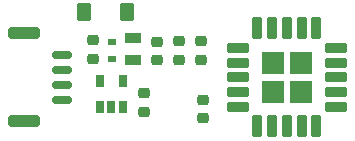
<source format=gbr>
%TF.GenerationSoftware,KiCad,Pcbnew,7.0.7-7.0.7~ubuntu23.04.1*%
%TF.CreationDate,2023-10-01T20:17:35+00:00*%
%TF.ProjectId,TFCO201,5446434f-3230-4312-9e6b-696361645f70,rev?*%
%TF.SameCoordinates,Original*%
%TF.FileFunction,Paste,Bot*%
%TF.FilePolarity,Positive*%
%FSLAX46Y46*%
G04 Gerber Fmt 4.6, Leading zero omitted, Abs format (unit mm)*
G04 Created by KiCad (PCBNEW 7.0.7-7.0.7~ubuntu23.04.1) date 2023-10-01 20:17:35*
%MOMM*%
%LPD*%
G01*
G04 APERTURE LIST*
G04 Aperture macros list*
%AMRoundRect*
0 Rectangle with rounded corners*
0 $1 Rounding radius*
0 $2 $3 $4 $5 $6 $7 $8 $9 X,Y pos of 4 corners*
0 Add a 4 corners polygon primitive as box body*
4,1,4,$2,$3,$4,$5,$6,$7,$8,$9,$2,$3,0*
0 Add four circle primitives for the rounded corners*
1,1,$1+$1,$2,$3*
1,1,$1+$1,$4,$5*
1,1,$1+$1,$6,$7*
1,1,$1+$1,$8,$9*
0 Add four rect primitives between the rounded corners*
20,1,$1+$1,$2,$3,$4,$5,0*
20,1,$1+$1,$4,$5,$6,$7,0*
20,1,$1+$1,$6,$7,$8,$9,0*
20,1,$1+$1,$8,$9,$2,$3,0*%
G04 Aperture macros list end*
%ADD10RoundRect,0.166667X0.458333X0.583333X-0.458333X0.583333X-0.458333X-0.583333X0.458333X-0.583333X0*%
%ADD11RoundRect,0.166667X-0.458333X-0.583333X0.458333X-0.583333X0.458333X0.583333X-0.458333X0.583333X0*%
%ADD12RoundRect,0.218750X0.256250X-0.218750X0.256250X0.218750X-0.256250X0.218750X-0.256250X-0.218750X0*%
%ADD13R,0.700000X0.600000*%
%ADD14RoundRect,0.150000X0.700000X-0.150000X0.700000X0.150000X-0.700000X0.150000X-0.700000X-0.150000X0*%
%ADD15RoundRect,0.250000X1.100000X-0.250000X1.100000X0.250000X-1.100000X0.250000X-1.100000X-0.250000X0*%
%ADD16RoundRect,0.218750X-0.256250X0.218750X-0.256250X-0.218750X0.256250X-0.218750X0.256250X0.218750X0*%
%ADD17R,1.397000X0.889000*%
%ADD18R,0.650000X1.060000*%
%ADD19RoundRect,0.250001X0.714999X-0.714999X0.714999X0.714999X-0.714999X0.714999X-0.714999X-0.714999X0*%
%ADD20RoundRect,0.212500X0.212500X-0.737500X0.212500X0.737500X-0.212500X0.737500X-0.212500X-0.737500X0*%
%ADD21RoundRect,0.212500X0.737500X-0.212500X0.737500X0.212500X-0.737500X0.212500X-0.737500X-0.212500X0*%
G04 APERTURE END LIST*
D10*
%TO.C,D2*%
X10300000Y13000000D03*
D11*
X6700000Y13000000D03*
%TD*%
D12*
%TO.C,C4*%
X11811000Y4572000D03*
X11811000Y6147000D03*
%TD*%
D13*
%TO.C,D1*%
X9071000Y9075000D03*
X9071000Y10475000D03*
%TD*%
D14*
%TO.C,J1*%
X4847200Y5625000D03*
X4847200Y6875000D03*
X4847200Y8125000D03*
X4847200Y9375000D03*
D15*
X1647200Y3775000D03*
X1647200Y11225000D03*
%TD*%
D16*
%TO.C,C5*%
X16764000Y5613500D03*
X16764000Y4038500D03*
%TD*%
D12*
%TO.C,C1*%
X12896000Y8962500D03*
X12896000Y10537500D03*
%TD*%
D17*
%TO.C,C3*%
X10821000Y8947500D03*
X10821000Y10852500D03*
%TD*%
D18*
%TO.C,U3*%
X9967000Y4996000D03*
X9017000Y4996000D03*
X8067000Y4996000D03*
X8067000Y7196000D03*
X9967000Y7196000D03*
%TD*%
D16*
%TO.C,R3*%
X16637000Y10566500D03*
X16637000Y8991500D03*
%TD*%
%TO.C,R10*%
X14732000Y10566500D03*
X14732000Y8991500D03*
%TD*%
D19*
%TO.C,U2*%
X22676000Y6300000D03*
X25076000Y6300000D03*
X22676000Y8700000D03*
X25076000Y8700000D03*
D20*
X26376000Y3350000D03*
X25126000Y3350000D03*
X23876000Y3350000D03*
X22626000Y3350000D03*
X21376000Y3350000D03*
D21*
X19726000Y5000000D03*
X19726000Y6250000D03*
X19726000Y7500000D03*
X19726000Y8750000D03*
X19726000Y10000000D03*
D20*
X21376000Y11650000D03*
X22626000Y11650000D03*
X23876000Y11650000D03*
X25126000Y11650000D03*
X26376000Y11650000D03*
D21*
X28026000Y10000000D03*
X28026000Y8750000D03*
X28026000Y7500000D03*
X28026000Y6250000D03*
X28026000Y5000000D03*
%TD*%
D12*
%TO.C,R1*%
X7421000Y9062500D03*
X7421000Y10637500D03*
%TD*%
M02*

</source>
